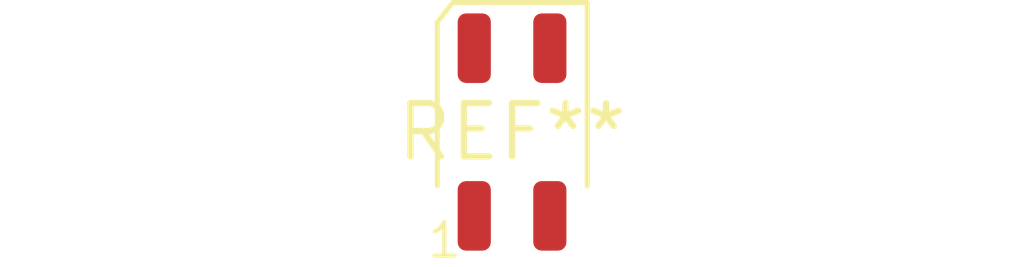
<source format=kicad_pcb>
(kicad_pcb (version 20240108) (generator pcbnew)
  (layers (0 "F.Cu" signal) (31 "B.Cu" signal) (34 "B.Paste" user) (35 "F.Paste" user) (36 "B.SilkS" user "B.Silkscreen") (37 "F.SilkS" user "F.Silkscreen") (38 "B.Mask" user) (39 "F.Mask" user) (44 "Edge.Cuts" user))
  (net 0 "")
  (footprint "Everlight_ITR1201SR10AR" (layer "F.Cu") (at 0 0)
    (property "Reference" "REF**")
    (property "Value" "Everlight_ITR1201SR10AR")
    (fp_line (start -1.78 -2.62) (end -1.78 1.28) (layer "F.SilkS") (stroke (width 0.12)))
    (fp_line (start -1.41 -3.09) (end -1.78 -2.62) (layer "F.SilkS") (stroke (width 0.12)))
    (fp_line (start -1.41 -3.09) (end 1.79 -3.09) (layer "F.SilkS") (stroke (width 0.12)))
    (fp_line (start 1.79 -3.09) (end 1.79 1.29) (layer "F.SilkS") (stroke (width 0.12)))
    (fp_text user "1" (at -2.06 3.05 0) (layer "F.SilkS") (effects (font (size 0.8 0.8) (thickness 0.1)) (justify left bottom)))
    (pad "1" smd roundrect (at -0.9 2) (size 0.79 1.66) (layers "F.Cu" "F.Paste" "F.Mask"))
    (pad "2" smd roundrect (at -0.9 -2) (size 0.79 1.66) (layers "F.Cu" "F.Paste" "F.Mask"))
    (pad "3" smd roundrect (at 0.9 2) (size 0.79 1.66) (layers "F.Cu" "F.Paste" "F.Mask"))
    (pad "4" smd roundrect (at 0.9 -2) (size 0.79 1.66) (layers "F.Cu" "F.Paste" "F.Mask"))
  )
)
</source>
